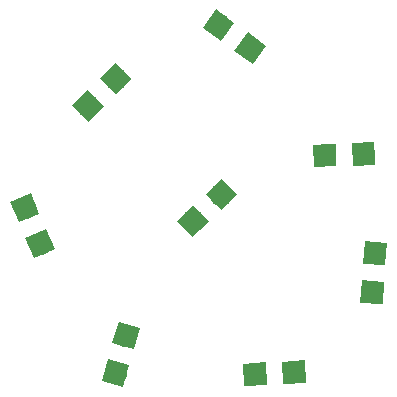
<source format=gts>
G04 #@! TF.GenerationSoftware,KiCad,Pcbnew,(5.0.0)*
G04 #@! TF.CreationDate,2018-10-20T01:37:56+02:00*
G04 #@! TF.ProjectId,rubylife,727562796C6966652E6B696361645F70,rev?*
G04 #@! TF.SameCoordinates,Original*
G04 #@! TF.FileFunction,Soldermask,Top*
G04 #@! TF.FilePolarity,Negative*
%FSLAX46Y46*%
G04 Gerber Fmt 4.6, Leading zero omitted, Abs format (unit mm)*
G04 Created by KiCad (PCBNEW (5.0.0)) date 10/20/18 01:37:56*
%MOMM*%
%LPD*%
G01*
G04 APERTURE LIST*
%ADD10C,1.900000*%
%ADD11C,0.100000*%
G04 APERTURE END LIST*
D10*
G04 #@! TO.C,D1*
X115506734Y-63374703D03*
D11*
G36*
X115553622Y-62032019D02*
X116849418Y-63421591D01*
X115459846Y-64717387D01*
X114164050Y-63327815D01*
X115553622Y-62032019D01*
X115553622Y-62032019D01*
G37*
D10*
X113093266Y-65625297D03*
D11*
G36*
X113140154Y-64282613D02*
X114435950Y-65672185D01*
X113046378Y-66967981D01*
X111750582Y-65578409D01*
X113140154Y-64282613D01*
X113140154Y-64282613D01*
G37*
G04 #@! TD*
D10*
G04 #@! TO.C,D2*
X98855294Y-64481167D03*
D11*
G36*
X97609620Y-63977882D02*
X99358579Y-63235493D01*
X100100968Y-64984452D01*
X98352009Y-65726841D01*
X97609620Y-63977882D01*
X97609620Y-63977882D01*
G37*
D10*
X100144706Y-67518833D03*
D11*
G36*
X98899032Y-67015548D02*
X100647991Y-66273159D01*
X101390380Y-68022118D01*
X99641421Y-68764507D01*
X98899032Y-67015548D01*
X98899032Y-67015548D01*
G37*
G04 #@! TD*
D10*
G04 #@! TO.C,D3*
X115265122Y-49030154D03*
D11*
G36*
X113938160Y-49240324D02*
X115054952Y-47703192D01*
X116592084Y-48819984D01*
X115475292Y-50357116D01*
X113938160Y-49240324D01*
X113938160Y-49240324D01*
G37*
D10*
X117934878Y-50969846D03*
D11*
G36*
X116607916Y-51180016D02*
X117724708Y-49642884D01*
X119261840Y-50759676D01*
X118145048Y-52296808D01*
X116607916Y-51180016D01*
X116607916Y-51180016D01*
G37*
G04 #@! TD*
D10*
G04 #@! TO.C,D4*
X107454802Y-75313918D03*
D11*
G36*
X106803459Y-74138864D02*
X108629856Y-74662575D01*
X108106145Y-76488972D01*
X106279748Y-75965261D01*
X106803459Y-74138864D01*
X106803459Y-74138864D01*
G37*
D10*
X106545198Y-78486082D03*
D11*
G36*
X105893855Y-77311028D02*
X107720252Y-77834739D01*
X107196541Y-79661136D01*
X105370144Y-79137425D01*
X105893855Y-77311028D01*
X105893855Y-77311028D01*
G37*
G04 #@! TD*
D10*
G04 #@! TO.C,D5*
X127548995Y-59942416D03*
D11*
G36*
X128465262Y-58959840D02*
X128531571Y-60858683D01*
X126632728Y-60924992D01*
X126566419Y-59026149D01*
X128465262Y-58959840D01*
X128465262Y-58959840D01*
G37*
D10*
X124251005Y-60057584D03*
D11*
G36*
X125167272Y-59075008D02*
X125233581Y-60973851D01*
X123334738Y-61040160D01*
X123268429Y-59141317D01*
X125167272Y-59075008D01*
X125167272Y-59075008D01*
G37*
G04 #@! TD*
D10*
G04 #@! TO.C,D6*
X106586911Y-53553814D03*
D11*
G36*
X106610358Y-52210516D02*
X107930209Y-53577261D01*
X106563464Y-54897112D01*
X105243613Y-53530367D01*
X106610358Y-52210516D01*
X106610358Y-52210516D01*
G37*
D10*
X104213089Y-55846186D03*
D11*
G36*
X104236536Y-54502888D02*
X105556387Y-55869633D01*
X104189642Y-57189484D01*
X102869791Y-55822739D01*
X104236536Y-54502888D01*
X104236536Y-54502888D01*
G37*
G04 #@! TD*
D10*
G04 #@! TO.C,D7*
X121647732Y-78413646D03*
D11*
G36*
X122546711Y-77415229D02*
X122646149Y-79312625D01*
X120748753Y-79412063D01*
X120649315Y-77514667D01*
X122546711Y-77415229D01*
X122546711Y-77415229D01*
G37*
D10*
X118352254Y-78586354D03*
D11*
G36*
X119251233Y-77587937D02*
X119350671Y-79485333D01*
X117453275Y-79584771D01*
X117353837Y-77687375D01*
X119251233Y-77587937D01*
X119251233Y-77587937D01*
G37*
G04 #@! TD*
D10*
G04 #@! TO.C,D8*
X128515098Y-68354019D03*
D11*
G36*
X127633681Y-67340065D02*
X129529052Y-67472602D01*
X129396515Y-69367973D01*
X127501144Y-69235436D01*
X127633681Y-67340065D01*
X127633681Y-67340065D01*
G37*
D10*
X128284902Y-71645981D03*
D11*
G36*
X127403485Y-70632027D02*
X129298856Y-70764564D01*
X129166319Y-72659935D01*
X127270948Y-72527398D01*
X127403485Y-70632027D01*
X127403485Y-70632027D01*
G37*
G04 #@! TD*
M02*

</source>
